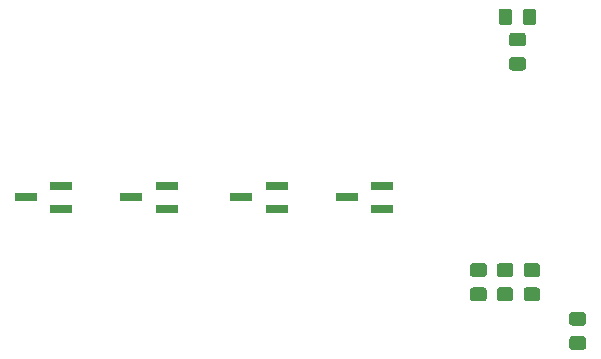
<source format=gbr>
G04 #@! TF.GenerationSoftware,KiCad,Pcbnew,(5.1.5)-3*
G04 #@! TF.CreationDate,2020-11-24T12:16:53+03:00*
G04 #@! TF.ProjectId,fast-pwm,66617374-2d70-4776-9d2e-6b696361645f,rev?*
G04 #@! TF.SameCoordinates,Original*
G04 #@! TF.FileFunction,Paste,Bot*
G04 #@! TF.FilePolarity,Positive*
%FSLAX46Y46*%
G04 Gerber Fmt 4.6, Leading zero omitted, Abs format (unit mm)*
G04 Created by KiCad (PCBNEW (5.1.5)-3) date 2020-11-24 12:16:53*
%MOMM*%
%LPD*%
G04 APERTURE LIST*
%ADD10C,0.100000*%
%ADD11R,1.900000X0.800000*%
G04 APERTURE END LIST*
D10*
G36*
X73826775Y-148520974D02*
G01*
X73851043Y-148524574D01*
X73874842Y-148530535D01*
X73897941Y-148538800D01*
X73920120Y-148549290D01*
X73941163Y-148561902D01*
X73960869Y-148576517D01*
X73979047Y-148592993D01*
X73995523Y-148611171D01*
X74010138Y-148630877D01*
X74022750Y-148651920D01*
X74033240Y-148674099D01*
X74041505Y-148697198D01*
X74047466Y-148720997D01*
X74051066Y-148745265D01*
X74052270Y-148769769D01*
X74052270Y-149419771D01*
X74051066Y-149444275D01*
X74047466Y-149468543D01*
X74041505Y-149492342D01*
X74033240Y-149515441D01*
X74022750Y-149537620D01*
X74010138Y-149558663D01*
X73995523Y-149578369D01*
X73979047Y-149596547D01*
X73960869Y-149613023D01*
X73941163Y-149627638D01*
X73920120Y-149640250D01*
X73897941Y-149650740D01*
X73874842Y-149659005D01*
X73851043Y-149664966D01*
X73826775Y-149668566D01*
X73802271Y-149669770D01*
X72902269Y-149669770D01*
X72877765Y-149668566D01*
X72853497Y-149664966D01*
X72829698Y-149659005D01*
X72806599Y-149650740D01*
X72784420Y-149640250D01*
X72763377Y-149627638D01*
X72743671Y-149613023D01*
X72725493Y-149596547D01*
X72709017Y-149578369D01*
X72694402Y-149558663D01*
X72681790Y-149537620D01*
X72671300Y-149515441D01*
X72663035Y-149492342D01*
X72657074Y-149468543D01*
X72653474Y-149444275D01*
X72652270Y-149419771D01*
X72652270Y-148769769D01*
X72653474Y-148745265D01*
X72657074Y-148720997D01*
X72663035Y-148697198D01*
X72671300Y-148674099D01*
X72681790Y-148651920D01*
X72694402Y-148630877D01*
X72709017Y-148611171D01*
X72725493Y-148592993D01*
X72743671Y-148576517D01*
X72763377Y-148561902D01*
X72784420Y-148549290D01*
X72806599Y-148538800D01*
X72829698Y-148530535D01*
X72853497Y-148524574D01*
X72877765Y-148520974D01*
X72902269Y-148519770D01*
X73802271Y-148519770D01*
X73826775Y-148520974D01*
G37*
G36*
X73826775Y-150570974D02*
G01*
X73851043Y-150574574D01*
X73874842Y-150580535D01*
X73897941Y-150588800D01*
X73920120Y-150599290D01*
X73941163Y-150611902D01*
X73960869Y-150626517D01*
X73979047Y-150642993D01*
X73995523Y-150661171D01*
X74010138Y-150680877D01*
X74022750Y-150701920D01*
X74033240Y-150724099D01*
X74041505Y-150747198D01*
X74047466Y-150770997D01*
X74051066Y-150795265D01*
X74052270Y-150819769D01*
X74052270Y-151469771D01*
X74051066Y-151494275D01*
X74047466Y-151518543D01*
X74041505Y-151542342D01*
X74033240Y-151565441D01*
X74022750Y-151587620D01*
X74010138Y-151608663D01*
X73995523Y-151628369D01*
X73979047Y-151646547D01*
X73960869Y-151663023D01*
X73941163Y-151677638D01*
X73920120Y-151690250D01*
X73897941Y-151700740D01*
X73874842Y-151709005D01*
X73851043Y-151714966D01*
X73826775Y-151718566D01*
X73802271Y-151719770D01*
X72902269Y-151719770D01*
X72877765Y-151718566D01*
X72853497Y-151714966D01*
X72829698Y-151709005D01*
X72806599Y-151700740D01*
X72784420Y-151690250D01*
X72763377Y-151677638D01*
X72743671Y-151663023D01*
X72725493Y-151646547D01*
X72709017Y-151628369D01*
X72694402Y-151608663D01*
X72681790Y-151587620D01*
X72671300Y-151565441D01*
X72663035Y-151542342D01*
X72657074Y-151518543D01*
X72653474Y-151494275D01*
X72652270Y-151469771D01*
X72652270Y-150819769D01*
X72653474Y-150795265D01*
X72657074Y-150770997D01*
X72663035Y-150747198D01*
X72671300Y-150724099D01*
X72681790Y-150701920D01*
X72694402Y-150680877D01*
X72709017Y-150661171D01*
X72725493Y-150642993D01*
X72743671Y-150626517D01*
X72763377Y-150611902D01*
X72784420Y-150599290D01*
X72806599Y-150588800D01*
X72829698Y-150580535D01*
X72853497Y-150574574D01*
X72877765Y-150570974D01*
X72902269Y-150569770D01*
X73802271Y-150569770D01*
X73826775Y-150570974D01*
G37*
G36*
X79974505Y-152651204D02*
G01*
X79998773Y-152654804D01*
X80022572Y-152660765D01*
X80045671Y-152669030D01*
X80067850Y-152679520D01*
X80088893Y-152692132D01*
X80108599Y-152706747D01*
X80126777Y-152723223D01*
X80143253Y-152741401D01*
X80157868Y-152761107D01*
X80170480Y-152782150D01*
X80180970Y-152804329D01*
X80189235Y-152827428D01*
X80195196Y-152851227D01*
X80198796Y-152875495D01*
X80200000Y-152899999D01*
X80200000Y-153550001D01*
X80198796Y-153574505D01*
X80195196Y-153598773D01*
X80189235Y-153622572D01*
X80180970Y-153645671D01*
X80170480Y-153667850D01*
X80157868Y-153688893D01*
X80143253Y-153708599D01*
X80126777Y-153726777D01*
X80108599Y-153743253D01*
X80088893Y-153757868D01*
X80067850Y-153770480D01*
X80045671Y-153780970D01*
X80022572Y-153789235D01*
X79998773Y-153795196D01*
X79974505Y-153798796D01*
X79950001Y-153800000D01*
X79049999Y-153800000D01*
X79025495Y-153798796D01*
X79001227Y-153795196D01*
X78977428Y-153789235D01*
X78954329Y-153780970D01*
X78932150Y-153770480D01*
X78911107Y-153757868D01*
X78891401Y-153743253D01*
X78873223Y-153726777D01*
X78856747Y-153708599D01*
X78842132Y-153688893D01*
X78829520Y-153667850D01*
X78819030Y-153645671D01*
X78810765Y-153622572D01*
X78804804Y-153598773D01*
X78801204Y-153574505D01*
X78800000Y-153550001D01*
X78800000Y-152899999D01*
X78801204Y-152875495D01*
X78804804Y-152851227D01*
X78810765Y-152827428D01*
X78819030Y-152804329D01*
X78829520Y-152782150D01*
X78842132Y-152761107D01*
X78856747Y-152741401D01*
X78873223Y-152723223D01*
X78891401Y-152706747D01*
X78911107Y-152692132D01*
X78932150Y-152679520D01*
X78954329Y-152669030D01*
X78977428Y-152660765D01*
X79001227Y-152654804D01*
X79025495Y-152651204D01*
X79049999Y-152650000D01*
X79950001Y-152650000D01*
X79974505Y-152651204D01*
G37*
G36*
X79974505Y-154701204D02*
G01*
X79998773Y-154704804D01*
X80022572Y-154710765D01*
X80045671Y-154719030D01*
X80067850Y-154729520D01*
X80088893Y-154742132D01*
X80108599Y-154756747D01*
X80126777Y-154773223D01*
X80143253Y-154791401D01*
X80157868Y-154811107D01*
X80170480Y-154832150D01*
X80180970Y-154854329D01*
X80189235Y-154877428D01*
X80195196Y-154901227D01*
X80198796Y-154925495D01*
X80200000Y-154949999D01*
X80200000Y-155600001D01*
X80198796Y-155624505D01*
X80195196Y-155648773D01*
X80189235Y-155672572D01*
X80180970Y-155695671D01*
X80170480Y-155717850D01*
X80157868Y-155738893D01*
X80143253Y-155758599D01*
X80126777Y-155776777D01*
X80108599Y-155793253D01*
X80088893Y-155807868D01*
X80067850Y-155820480D01*
X80045671Y-155830970D01*
X80022572Y-155839235D01*
X79998773Y-155845196D01*
X79974505Y-155848796D01*
X79950001Y-155850000D01*
X79049999Y-155850000D01*
X79025495Y-155848796D01*
X79001227Y-155845196D01*
X78977428Y-155839235D01*
X78954329Y-155830970D01*
X78932150Y-155820480D01*
X78911107Y-155807868D01*
X78891401Y-155793253D01*
X78873223Y-155776777D01*
X78856747Y-155758599D01*
X78842132Y-155738893D01*
X78829520Y-155717850D01*
X78819030Y-155695671D01*
X78810765Y-155672572D01*
X78804804Y-155648773D01*
X78801204Y-155624505D01*
X78800000Y-155600001D01*
X78800000Y-154949999D01*
X78801204Y-154925495D01*
X78804804Y-154901227D01*
X78810765Y-154877428D01*
X78819030Y-154854329D01*
X78829520Y-154832150D01*
X78842132Y-154811107D01*
X78856747Y-154791401D01*
X78873223Y-154773223D01*
X78891401Y-154756747D01*
X78911107Y-154742132D01*
X78932150Y-154729520D01*
X78954329Y-154719030D01*
X78977428Y-154710765D01*
X79001227Y-154704804D01*
X79025495Y-154701204D01*
X79049999Y-154700000D01*
X79950001Y-154700000D01*
X79974505Y-154701204D01*
G37*
G36*
X76089517Y-150570974D02*
G01*
X76113785Y-150574574D01*
X76137584Y-150580535D01*
X76160683Y-150588800D01*
X76182862Y-150599290D01*
X76203905Y-150611902D01*
X76223611Y-150626517D01*
X76241789Y-150642993D01*
X76258265Y-150661171D01*
X76272880Y-150680877D01*
X76285492Y-150701920D01*
X76295982Y-150724099D01*
X76304247Y-150747198D01*
X76310208Y-150770997D01*
X76313808Y-150795265D01*
X76315012Y-150819769D01*
X76315012Y-151469771D01*
X76313808Y-151494275D01*
X76310208Y-151518543D01*
X76304247Y-151542342D01*
X76295982Y-151565441D01*
X76285492Y-151587620D01*
X76272880Y-151608663D01*
X76258265Y-151628369D01*
X76241789Y-151646547D01*
X76223611Y-151663023D01*
X76203905Y-151677638D01*
X76182862Y-151690250D01*
X76160683Y-151700740D01*
X76137584Y-151709005D01*
X76113785Y-151714966D01*
X76089517Y-151718566D01*
X76065013Y-151719770D01*
X75165011Y-151719770D01*
X75140507Y-151718566D01*
X75116239Y-151714966D01*
X75092440Y-151709005D01*
X75069341Y-151700740D01*
X75047162Y-151690250D01*
X75026119Y-151677638D01*
X75006413Y-151663023D01*
X74988235Y-151646547D01*
X74971759Y-151628369D01*
X74957144Y-151608663D01*
X74944532Y-151587620D01*
X74934042Y-151565441D01*
X74925777Y-151542342D01*
X74919816Y-151518543D01*
X74916216Y-151494275D01*
X74915012Y-151469771D01*
X74915012Y-150819769D01*
X74916216Y-150795265D01*
X74919816Y-150770997D01*
X74925777Y-150747198D01*
X74934042Y-150724099D01*
X74944532Y-150701920D01*
X74957144Y-150680877D01*
X74971759Y-150661171D01*
X74988235Y-150642993D01*
X75006413Y-150626517D01*
X75026119Y-150611902D01*
X75047162Y-150599290D01*
X75069341Y-150588800D01*
X75092440Y-150580535D01*
X75116239Y-150574574D01*
X75140507Y-150570974D01*
X75165011Y-150569770D01*
X76065013Y-150569770D01*
X76089517Y-150570974D01*
G37*
G36*
X76089517Y-148520974D02*
G01*
X76113785Y-148524574D01*
X76137584Y-148530535D01*
X76160683Y-148538800D01*
X76182862Y-148549290D01*
X76203905Y-148561902D01*
X76223611Y-148576517D01*
X76241789Y-148592993D01*
X76258265Y-148611171D01*
X76272880Y-148630877D01*
X76285492Y-148651920D01*
X76295982Y-148674099D01*
X76304247Y-148697198D01*
X76310208Y-148720997D01*
X76313808Y-148745265D01*
X76315012Y-148769769D01*
X76315012Y-149419771D01*
X76313808Y-149444275D01*
X76310208Y-149468543D01*
X76304247Y-149492342D01*
X76295982Y-149515441D01*
X76285492Y-149537620D01*
X76272880Y-149558663D01*
X76258265Y-149578369D01*
X76241789Y-149596547D01*
X76223611Y-149613023D01*
X76203905Y-149627638D01*
X76182862Y-149640250D01*
X76160683Y-149650740D01*
X76137584Y-149659005D01*
X76113785Y-149664966D01*
X76089517Y-149668566D01*
X76065013Y-149669770D01*
X75165011Y-149669770D01*
X75140507Y-149668566D01*
X75116239Y-149664966D01*
X75092440Y-149659005D01*
X75069341Y-149650740D01*
X75047162Y-149640250D01*
X75026119Y-149627638D01*
X75006413Y-149613023D01*
X74988235Y-149596547D01*
X74971759Y-149578369D01*
X74957144Y-149558663D01*
X74944532Y-149537620D01*
X74934042Y-149515441D01*
X74925777Y-149492342D01*
X74919816Y-149468543D01*
X74916216Y-149444275D01*
X74915012Y-149419771D01*
X74915012Y-148769769D01*
X74916216Y-148745265D01*
X74919816Y-148720997D01*
X74925777Y-148697198D01*
X74934042Y-148674099D01*
X74944532Y-148651920D01*
X74957144Y-148630877D01*
X74971759Y-148611171D01*
X74988235Y-148592993D01*
X75006413Y-148576517D01*
X75026119Y-148561902D01*
X75047162Y-148549290D01*
X75069341Y-148538800D01*
X75092440Y-148530535D01*
X75116239Y-148524574D01*
X75140507Y-148520974D01*
X75165011Y-148519770D01*
X76065013Y-148519770D01*
X76089517Y-148520974D01*
G37*
G36*
X71564034Y-148520974D02*
G01*
X71588302Y-148524574D01*
X71612101Y-148530535D01*
X71635200Y-148538800D01*
X71657379Y-148549290D01*
X71678422Y-148561902D01*
X71698128Y-148576517D01*
X71716306Y-148592993D01*
X71732782Y-148611171D01*
X71747397Y-148630877D01*
X71760009Y-148651920D01*
X71770499Y-148674099D01*
X71778764Y-148697198D01*
X71784725Y-148720997D01*
X71788325Y-148745265D01*
X71789529Y-148769769D01*
X71789529Y-149419771D01*
X71788325Y-149444275D01*
X71784725Y-149468543D01*
X71778764Y-149492342D01*
X71770499Y-149515441D01*
X71760009Y-149537620D01*
X71747397Y-149558663D01*
X71732782Y-149578369D01*
X71716306Y-149596547D01*
X71698128Y-149613023D01*
X71678422Y-149627638D01*
X71657379Y-149640250D01*
X71635200Y-149650740D01*
X71612101Y-149659005D01*
X71588302Y-149664966D01*
X71564034Y-149668566D01*
X71539530Y-149669770D01*
X70639528Y-149669770D01*
X70615024Y-149668566D01*
X70590756Y-149664966D01*
X70566957Y-149659005D01*
X70543858Y-149650740D01*
X70521679Y-149640250D01*
X70500636Y-149627638D01*
X70480930Y-149613023D01*
X70462752Y-149596547D01*
X70446276Y-149578369D01*
X70431661Y-149558663D01*
X70419049Y-149537620D01*
X70408559Y-149515441D01*
X70400294Y-149492342D01*
X70394333Y-149468543D01*
X70390733Y-149444275D01*
X70389529Y-149419771D01*
X70389529Y-148769769D01*
X70390733Y-148745265D01*
X70394333Y-148720997D01*
X70400294Y-148697198D01*
X70408559Y-148674099D01*
X70419049Y-148651920D01*
X70431661Y-148630877D01*
X70446276Y-148611171D01*
X70462752Y-148592993D01*
X70480930Y-148576517D01*
X70500636Y-148561902D01*
X70521679Y-148549290D01*
X70543858Y-148538800D01*
X70566957Y-148530535D01*
X70590756Y-148524574D01*
X70615024Y-148520974D01*
X70639528Y-148519770D01*
X71539530Y-148519770D01*
X71564034Y-148520974D01*
G37*
G36*
X71564034Y-150570974D02*
G01*
X71588302Y-150574574D01*
X71612101Y-150580535D01*
X71635200Y-150588800D01*
X71657379Y-150599290D01*
X71678422Y-150611902D01*
X71698128Y-150626517D01*
X71716306Y-150642993D01*
X71732782Y-150661171D01*
X71747397Y-150680877D01*
X71760009Y-150701920D01*
X71770499Y-150724099D01*
X71778764Y-150747198D01*
X71784725Y-150770997D01*
X71788325Y-150795265D01*
X71789529Y-150819769D01*
X71789529Y-151469771D01*
X71788325Y-151494275D01*
X71784725Y-151518543D01*
X71778764Y-151542342D01*
X71770499Y-151565441D01*
X71760009Y-151587620D01*
X71747397Y-151608663D01*
X71732782Y-151628369D01*
X71716306Y-151646547D01*
X71698128Y-151663023D01*
X71678422Y-151677638D01*
X71657379Y-151690250D01*
X71635200Y-151700740D01*
X71612101Y-151709005D01*
X71588302Y-151714966D01*
X71564034Y-151718566D01*
X71539530Y-151719770D01*
X70639528Y-151719770D01*
X70615024Y-151718566D01*
X70590756Y-151714966D01*
X70566957Y-151709005D01*
X70543858Y-151700740D01*
X70521679Y-151690250D01*
X70500636Y-151677638D01*
X70480930Y-151663023D01*
X70462752Y-151646547D01*
X70446276Y-151628369D01*
X70431661Y-151608663D01*
X70419049Y-151587620D01*
X70408559Y-151565441D01*
X70400294Y-151542342D01*
X70394333Y-151518543D01*
X70390733Y-151494275D01*
X70389529Y-151469771D01*
X70389529Y-150819769D01*
X70390733Y-150795265D01*
X70394333Y-150770997D01*
X70400294Y-150747198D01*
X70408559Y-150724099D01*
X70419049Y-150701920D01*
X70431661Y-150680877D01*
X70446276Y-150661171D01*
X70462752Y-150642993D01*
X70480930Y-150626517D01*
X70500636Y-150611902D01*
X70521679Y-150599290D01*
X70543858Y-150588800D01*
X70566957Y-150580535D01*
X70590756Y-150574574D01*
X70615024Y-150570974D01*
X70639528Y-150569770D01*
X71539530Y-150569770D01*
X71564034Y-150570974D01*
G37*
D11*
X59950000Y-142950000D03*
X62950000Y-143900000D03*
X62950000Y-142000000D03*
X51000000Y-142950000D03*
X54000000Y-143900000D03*
X54000000Y-142000000D03*
X41700000Y-142950000D03*
X44700000Y-143900000D03*
X44700000Y-142000000D03*
X32750000Y-142950000D03*
X35750000Y-143900000D03*
X35750000Y-142000000D03*
D10*
G36*
X73724505Y-126951204D02*
G01*
X73748773Y-126954804D01*
X73772572Y-126960765D01*
X73795671Y-126969030D01*
X73817850Y-126979520D01*
X73838893Y-126992132D01*
X73858599Y-127006747D01*
X73876777Y-127023223D01*
X73893253Y-127041401D01*
X73907868Y-127061107D01*
X73920480Y-127082150D01*
X73930970Y-127104329D01*
X73939235Y-127127428D01*
X73945196Y-127151227D01*
X73948796Y-127175495D01*
X73950000Y-127199999D01*
X73950000Y-128100001D01*
X73948796Y-128124505D01*
X73945196Y-128148773D01*
X73939235Y-128172572D01*
X73930970Y-128195671D01*
X73920480Y-128217850D01*
X73907868Y-128238893D01*
X73893253Y-128258599D01*
X73876777Y-128276777D01*
X73858599Y-128293253D01*
X73838893Y-128307868D01*
X73817850Y-128320480D01*
X73795671Y-128330970D01*
X73772572Y-128339235D01*
X73748773Y-128345196D01*
X73724505Y-128348796D01*
X73700001Y-128350000D01*
X73049999Y-128350000D01*
X73025495Y-128348796D01*
X73001227Y-128345196D01*
X72977428Y-128339235D01*
X72954329Y-128330970D01*
X72932150Y-128320480D01*
X72911107Y-128307868D01*
X72891401Y-128293253D01*
X72873223Y-128276777D01*
X72856747Y-128258599D01*
X72842132Y-128238893D01*
X72829520Y-128217850D01*
X72819030Y-128195671D01*
X72810765Y-128172572D01*
X72804804Y-128148773D01*
X72801204Y-128124505D01*
X72800000Y-128100001D01*
X72800000Y-127199999D01*
X72801204Y-127175495D01*
X72804804Y-127151227D01*
X72810765Y-127127428D01*
X72819030Y-127104329D01*
X72829520Y-127082150D01*
X72842132Y-127061107D01*
X72856747Y-127041401D01*
X72873223Y-127023223D01*
X72891401Y-127006747D01*
X72911107Y-126992132D01*
X72932150Y-126979520D01*
X72954329Y-126969030D01*
X72977428Y-126960765D01*
X73001227Y-126954804D01*
X73025495Y-126951204D01*
X73049999Y-126950000D01*
X73700001Y-126950000D01*
X73724505Y-126951204D01*
G37*
G36*
X75774505Y-126951204D02*
G01*
X75798773Y-126954804D01*
X75822572Y-126960765D01*
X75845671Y-126969030D01*
X75867850Y-126979520D01*
X75888893Y-126992132D01*
X75908599Y-127006747D01*
X75926777Y-127023223D01*
X75943253Y-127041401D01*
X75957868Y-127061107D01*
X75970480Y-127082150D01*
X75980970Y-127104329D01*
X75989235Y-127127428D01*
X75995196Y-127151227D01*
X75998796Y-127175495D01*
X76000000Y-127199999D01*
X76000000Y-128100001D01*
X75998796Y-128124505D01*
X75995196Y-128148773D01*
X75989235Y-128172572D01*
X75980970Y-128195671D01*
X75970480Y-128217850D01*
X75957868Y-128238893D01*
X75943253Y-128258599D01*
X75926777Y-128276777D01*
X75908599Y-128293253D01*
X75888893Y-128307868D01*
X75867850Y-128320480D01*
X75845671Y-128330970D01*
X75822572Y-128339235D01*
X75798773Y-128345196D01*
X75774505Y-128348796D01*
X75750001Y-128350000D01*
X75099999Y-128350000D01*
X75075495Y-128348796D01*
X75051227Y-128345196D01*
X75027428Y-128339235D01*
X75004329Y-128330970D01*
X74982150Y-128320480D01*
X74961107Y-128307868D01*
X74941401Y-128293253D01*
X74923223Y-128276777D01*
X74906747Y-128258599D01*
X74892132Y-128238893D01*
X74879520Y-128217850D01*
X74869030Y-128195671D01*
X74860765Y-128172572D01*
X74854804Y-128148773D01*
X74851204Y-128124505D01*
X74850000Y-128100001D01*
X74850000Y-127199999D01*
X74851204Y-127175495D01*
X74854804Y-127151227D01*
X74860765Y-127127428D01*
X74869030Y-127104329D01*
X74879520Y-127082150D01*
X74892132Y-127061107D01*
X74906747Y-127041401D01*
X74923223Y-127023223D01*
X74941401Y-127006747D01*
X74961107Y-126992132D01*
X74982150Y-126979520D01*
X75004329Y-126969030D01*
X75027428Y-126960765D01*
X75051227Y-126954804D01*
X75075495Y-126951204D01*
X75099999Y-126950000D01*
X75750001Y-126950000D01*
X75774505Y-126951204D01*
G37*
G36*
X74874505Y-129001204D02*
G01*
X74898773Y-129004804D01*
X74922572Y-129010765D01*
X74945671Y-129019030D01*
X74967850Y-129029520D01*
X74988893Y-129042132D01*
X75008599Y-129056747D01*
X75026777Y-129073223D01*
X75043253Y-129091401D01*
X75057868Y-129111107D01*
X75070480Y-129132150D01*
X75080970Y-129154329D01*
X75089235Y-129177428D01*
X75095196Y-129201227D01*
X75098796Y-129225495D01*
X75100000Y-129249999D01*
X75100000Y-129900001D01*
X75098796Y-129924505D01*
X75095196Y-129948773D01*
X75089235Y-129972572D01*
X75080970Y-129995671D01*
X75070480Y-130017850D01*
X75057868Y-130038893D01*
X75043253Y-130058599D01*
X75026777Y-130076777D01*
X75008599Y-130093253D01*
X74988893Y-130107868D01*
X74967850Y-130120480D01*
X74945671Y-130130970D01*
X74922572Y-130139235D01*
X74898773Y-130145196D01*
X74874505Y-130148796D01*
X74850001Y-130150000D01*
X73949999Y-130150000D01*
X73925495Y-130148796D01*
X73901227Y-130145196D01*
X73877428Y-130139235D01*
X73854329Y-130130970D01*
X73832150Y-130120480D01*
X73811107Y-130107868D01*
X73791401Y-130093253D01*
X73773223Y-130076777D01*
X73756747Y-130058599D01*
X73742132Y-130038893D01*
X73729520Y-130017850D01*
X73719030Y-129995671D01*
X73710765Y-129972572D01*
X73704804Y-129948773D01*
X73701204Y-129924505D01*
X73700000Y-129900001D01*
X73700000Y-129249999D01*
X73701204Y-129225495D01*
X73704804Y-129201227D01*
X73710765Y-129177428D01*
X73719030Y-129154329D01*
X73729520Y-129132150D01*
X73742132Y-129111107D01*
X73756747Y-129091401D01*
X73773223Y-129073223D01*
X73791401Y-129056747D01*
X73811107Y-129042132D01*
X73832150Y-129029520D01*
X73854329Y-129019030D01*
X73877428Y-129010765D01*
X73901227Y-129004804D01*
X73925495Y-129001204D01*
X73949999Y-129000000D01*
X74850001Y-129000000D01*
X74874505Y-129001204D01*
G37*
G36*
X74874505Y-131051204D02*
G01*
X74898773Y-131054804D01*
X74922572Y-131060765D01*
X74945671Y-131069030D01*
X74967850Y-131079520D01*
X74988893Y-131092132D01*
X75008599Y-131106747D01*
X75026777Y-131123223D01*
X75043253Y-131141401D01*
X75057868Y-131161107D01*
X75070480Y-131182150D01*
X75080970Y-131204329D01*
X75089235Y-131227428D01*
X75095196Y-131251227D01*
X75098796Y-131275495D01*
X75100000Y-131299999D01*
X75100000Y-131950001D01*
X75098796Y-131974505D01*
X75095196Y-131998773D01*
X75089235Y-132022572D01*
X75080970Y-132045671D01*
X75070480Y-132067850D01*
X75057868Y-132088893D01*
X75043253Y-132108599D01*
X75026777Y-132126777D01*
X75008599Y-132143253D01*
X74988893Y-132157868D01*
X74967850Y-132170480D01*
X74945671Y-132180970D01*
X74922572Y-132189235D01*
X74898773Y-132195196D01*
X74874505Y-132198796D01*
X74850001Y-132200000D01*
X73949999Y-132200000D01*
X73925495Y-132198796D01*
X73901227Y-132195196D01*
X73877428Y-132189235D01*
X73854329Y-132180970D01*
X73832150Y-132170480D01*
X73811107Y-132157868D01*
X73791401Y-132143253D01*
X73773223Y-132126777D01*
X73756747Y-132108599D01*
X73742132Y-132088893D01*
X73729520Y-132067850D01*
X73719030Y-132045671D01*
X73710765Y-132022572D01*
X73704804Y-131998773D01*
X73701204Y-131974505D01*
X73700000Y-131950001D01*
X73700000Y-131299999D01*
X73701204Y-131275495D01*
X73704804Y-131251227D01*
X73710765Y-131227428D01*
X73719030Y-131204329D01*
X73729520Y-131182150D01*
X73742132Y-131161107D01*
X73756747Y-131141401D01*
X73773223Y-131123223D01*
X73791401Y-131106747D01*
X73811107Y-131092132D01*
X73832150Y-131079520D01*
X73854329Y-131069030D01*
X73877428Y-131060765D01*
X73901227Y-131054804D01*
X73925495Y-131051204D01*
X73949999Y-131050000D01*
X74850001Y-131050000D01*
X74874505Y-131051204D01*
G37*
M02*

</source>
